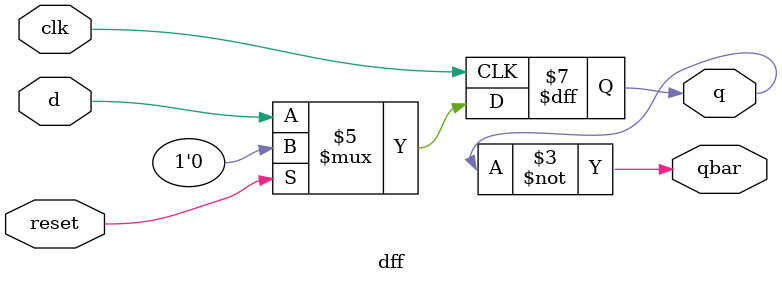
<source format=v>
`timescale 1ns / 1ps
module dff (q,qbar,d,reset, clk);
input d,reset, clk;
output reg q; 
output qbar;
//assign qbar = ~q;
not g(qbar,q);

always@(posedge clk)
begin

if (reset == 1) q<=1'b0;
else q<=d;

end
endmodule

</source>
